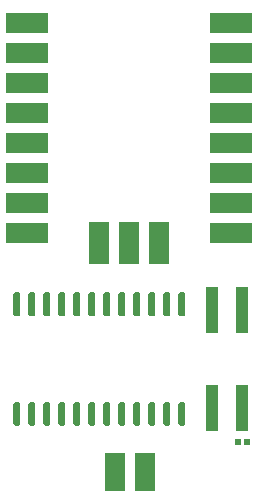
<source format=gbr>
%TF.GenerationSoftware,KiCad,Pcbnew,(5.1.9-0-10_14)*%
%TF.CreationDate,2021-05-20T16:30:14+09:00*%
%TF.ProjectId,tracer,74726163-6572-42e6-9b69-6361645f7063,rev?*%
%TF.SameCoordinates,Original*%
%TF.FileFunction,Soldermask,Top*%
%TF.FilePolarity,Negative*%
%FSLAX46Y46*%
G04 Gerber Fmt 4.6, Leading zero omitted, Abs format (unit mm)*
G04 Created by KiCad (PCBNEW (5.1.9-0-10_14)) date 2021-05-20 16:30:14*
%MOMM*%
%LPD*%
G01*
G04 APERTURE LIST*
%ADD10C,0.010000*%
%ADD11R,3.600000X1.800000*%
%ADD12R,1.800000X3.600000*%
%ADD13C,0.800000*%
%ADD14R,1.000000X4.000000*%
%ADD15R,0.500000X0.600000*%
G04 APERTURE END LIST*
D10*
%TO.C,J1*%
G36*
X500000Y6850000D02*
G01*
X2100000Y6850000D01*
X2100000Y3750000D01*
X500000Y3750000D01*
X500000Y6850000D01*
G37*
X500000Y6850000D02*
X2100000Y6850000D01*
X2100000Y3750000D01*
X500000Y3750000D01*
X500000Y6850000D01*
G36*
X-2100000Y6850000D02*
G01*
X-500000Y6850000D01*
X-500000Y3750000D01*
X-2100000Y3750000D01*
X-2100000Y6850000D01*
G37*
X-2100000Y6850000D02*
X-500000Y6850000D01*
X-500000Y3750000D01*
X-2100000Y3750000D01*
X-2100000Y6850000D01*
%TD*%
D11*
%TO.C,A1*%
X-8636000Y43307000D03*
X-8636000Y40767000D03*
X-8636000Y38227000D03*
X-8636000Y35687000D03*
X-8636000Y33147000D03*
X-8636000Y30607000D03*
X-8636000Y28067000D03*
X-8636000Y25527000D03*
X8636000Y25527000D03*
X8636000Y28067000D03*
X8636000Y30607000D03*
X8636000Y33147000D03*
X8636000Y35687000D03*
X8636000Y38227000D03*
X8636000Y40767000D03*
X8636000Y43307000D03*
D12*
X-2540000Y24638000D03*
X0Y24638000D03*
X2540000Y24638000D03*
%TD*%
D13*
%TO.C,TP14*%
X9906000Y38227000D03*
%TD*%
%TO.C,TP13*%
X9906000Y35687000D03*
%TD*%
D14*
%TO.C,K1*%
X9525000Y10680000D03*
X6985000Y10680000D03*
X6985000Y18980000D03*
X9525000Y18980000D03*
%TD*%
D13*
%TO.C,TP19*%
X2540000Y23368000D03*
%TD*%
%TO.C,TP17*%
X-2540000Y23368000D03*
%TD*%
D15*
%TO.C,D1*%
X9195000Y7845000D03*
X9995000Y7845000D03*
%TD*%
%TO.C,U1*%
G36*
G01*
X-9375000Y9155000D02*
X-9675000Y9155000D01*
G75*
G02*
X-9825000Y9305000I0J150000D01*
G01*
X-9825000Y11055000D01*
G75*
G02*
X-9675000Y11205000I150000J0D01*
G01*
X-9375000Y11205000D01*
G75*
G02*
X-9225000Y11055000I0J-150000D01*
G01*
X-9225000Y9305000D01*
G75*
G02*
X-9375000Y9155000I-150000J0D01*
G01*
G37*
G36*
G01*
X-8105000Y9155000D02*
X-8405000Y9155000D01*
G75*
G02*
X-8555000Y9305000I0J150000D01*
G01*
X-8555000Y11055000D01*
G75*
G02*
X-8405000Y11205000I150000J0D01*
G01*
X-8105000Y11205000D01*
G75*
G02*
X-7955000Y11055000I0J-150000D01*
G01*
X-7955000Y9305000D01*
G75*
G02*
X-8105000Y9155000I-150000J0D01*
G01*
G37*
G36*
G01*
X-6835000Y9155000D02*
X-7135000Y9155000D01*
G75*
G02*
X-7285000Y9305000I0J150000D01*
G01*
X-7285000Y11055000D01*
G75*
G02*
X-7135000Y11205000I150000J0D01*
G01*
X-6835000Y11205000D01*
G75*
G02*
X-6685000Y11055000I0J-150000D01*
G01*
X-6685000Y9305000D01*
G75*
G02*
X-6835000Y9155000I-150000J0D01*
G01*
G37*
G36*
G01*
X-5565000Y9155000D02*
X-5865000Y9155000D01*
G75*
G02*
X-6015000Y9305000I0J150000D01*
G01*
X-6015000Y11055000D01*
G75*
G02*
X-5865000Y11205000I150000J0D01*
G01*
X-5565000Y11205000D01*
G75*
G02*
X-5415000Y11055000I0J-150000D01*
G01*
X-5415000Y9305000D01*
G75*
G02*
X-5565000Y9155000I-150000J0D01*
G01*
G37*
G36*
G01*
X-4295000Y9155000D02*
X-4595000Y9155000D01*
G75*
G02*
X-4745000Y9305000I0J150000D01*
G01*
X-4745000Y11055000D01*
G75*
G02*
X-4595000Y11205000I150000J0D01*
G01*
X-4295000Y11205000D01*
G75*
G02*
X-4145000Y11055000I0J-150000D01*
G01*
X-4145000Y9305000D01*
G75*
G02*
X-4295000Y9155000I-150000J0D01*
G01*
G37*
G36*
G01*
X-3025000Y9155000D02*
X-3325000Y9155000D01*
G75*
G02*
X-3475000Y9305000I0J150000D01*
G01*
X-3475000Y11055000D01*
G75*
G02*
X-3325000Y11205000I150000J0D01*
G01*
X-3025000Y11205000D01*
G75*
G02*
X-2875000Y11055000I0J-150000D01*
G01*
X-2875000Y9305000D01*
G75*
G02*
X-3025000Y9155000I-150000J0D01*
G01*
G37*
G36*
G01*
X-1755000Y9155000D02*
X-2055000Y9155000D01*
G75*
G02*
X-2205000Y9305000I0J150000D01*
G01*
X-2205000Y11055000D01*
G75*
G02*
X-2055000Y11205000I150000J0D01*
G01*
X-1755000Y11205000D01*
G75*
G02*
X-1605000Y11055000I0J-150000D01*
G01*
X-1605000Y9305000D01*
G75*
G02*
X-1755000Y9155000I-150000J0D01*
G01*
G37*
G36*
G01*
X-485000Y9155000D02*
X-785000Y9155000D01*
G75*
G02*
X-935000Y9305000I0J150000D01*
G01*
X-935000Y11055000D01*
G75*
G02*
X-785000Y11205000I150000J0D01*
G01*
X-485000Y11205000D01*
G75*
G02*
X-335000Y11055000I0J-150000D01*
G01*
X-335000Y9305000D01*
G75*
G02*
X-485000Y9155000I-150000J0D01*
G01*
G37*
G36*
G01*
X785000Y9155000D02*
X485000Y9155000D01*
G75*
G02*
X335000Y9305000I0J150000D01*
G01*
X335000Y11055000D01*
G75*
G02*
X485000Y11205000I150000J0D01*
G01*
X785000Y11205000D01*
G75*
G02*
X935000Y11055000I0J-150000D01*
G01*
X935000Y9305000D01*
G75*
G02*
X785000Y9155000I-150000J0D01*
G01*
G37*
G36*
G01*
X2055000Y9155000D02*
X1755000Y9155000D01*
G75*
G02*
X1605000Y9305000I0J150000D01*
G01*
X1605000Y11055000D01*
G75*
G02*
X1755000Y11205000I150000J0D01*
G01*
X2055000Y11205000D01*
G75*
G02*
X2205000Y11055000I0J-150000D01*
G01*
X2205000Y9305000D01*
G75*
G02*
X2055000Y9155000I-150000J0D01*
G01*
G37*
G36*
G01*
X3325000Y9155000D02*
X3025000Y9155000D01*
G75*
G02*
X2875000Y9305000I0J150000D01*
G01*
X2875000Y11055000D01*
G75*
G02*
X3025000Y11205000I150000J0D01*
G01*
X3325000Y11205000D01*
G75*
G02*
X3475000Y11055000I0J-150000D01*
G01*
X3475000Y9305000D01*
G75*
G02*
X3325000Y9155000I-150000J0D01*
G01*
G37*
G36*
G01*
X4595000Y9155000D02*
X4295000Y9155000D01*
G75*
G02*
X4145000Y9305000I0J150000D01*
G01*
X4145000Y11055000D01*
G75*
G02*
X4295000Y11205000I150000J0D01*
G01*
X4595000Y11205000D01*
G75*
G02*
X4745000Y11055000I0J-150000D01*
G01*
X4745000Y9305000D01*
G75*
G02*
X4595000Y9155000I-150000J0D01*
G01*
G37*
G36*
G01*
X4595000Y18455000D02*
X4295000Y18455000D01*
G75*
G02*
X4145000Y18605000I0J150000D01*
G01*
X4145000Y20355000D01*
G75*
G02*
X4295000Y20505000I150000J0D01*
G01*
X4595000Y20505000D01*
G75*
G02*
X4745000Y20355000I0J-150000D01*
G01*
X4745000Y18605000D01*
G75*
G02*
X4595000Y18455000I-150000J0D01*
G01*
G37*
G36*
G01*
X3325000Y18455000D02*
X3025000Y18455000D01*
G75*
G02*
X2875000Y18605000I0J150000D01*
G01*
X2875000Y20355000D01*
G75*
G02*
X3025000Y20505000I150000J0D01*
G01*
X3325000Y20505000D01*
G75*
G02*
X3475000Y20355000I0J-150000D01*
G01*
X3475000Y18605000D01*
G75*
G02*
X3325000Y18455000I-150000J0D01*
G01*
G37*
G36*
G01*
X2055000Y18455000D02*
X1755000Y18455000D01*
G75*
G02*
X1605000Y18605000I0J150000D01*
G01*
X1605000Y20355000D01*
G75*
G02*
X1755000Y20505000I150000J0D01*
G01*
X2055000Y20505000D01*
G75*
G02*
X2205000Y20355000I0J-150000D01*
G01*
X2205000Y18605000D01*
G75*
G02*
X2055000Y18455000I-150000J0D01*
G01*
G37*
G36*
G01*
X785000Y18455000D02*
X485000Y18455000D01*
G75*
G02*
X335000Y18605000I0J150000D01*
G01*
X335000Y20355000D01*
G75*
G02*
X485000Y20505000I150000J0D01*
G01*
X785000Y20505000D01*
G75*
G02*
X935000Y20355000I0J-150000D01*
G01*
X935000Y18605000D01*
G75*
G02*
X785000Y18455000I-150000J0D01*
G01*
G37*
G36*
G01*
X-485000Y18455000D02*
X-785000Y18455000D01*
G75*
G02*
X-935000Y18605000I0J150000D01*
G01*
X-935000Y20355000D01*
G75*
G02*
X-785000Y20505000I150000J0D01*
G01*
X-485000Y20505000D01*
G75*
G02*
X-335000Y20355000I0J-150000D01*
G01*
X-335000Y18605000D01*
G75*
G02*
X-485000Y18455000I-150000J0D01*
G01*
G37*
G36*
G01*
X-1755000Y18455000D02*
X-2055000Y18455000D01*
G75*
G02*
X-2205000Y18605000I0J150000D01*
G01*
X-2205000Y20355000D01*
G75*
G02*
X-2055000Y20505000I150000J0D01*
G01*
X-1755000Y20505000D01*
G75*
G02*
X-1605000Y20355000I0J-150000D01*
G01*
X-1605000Y18605000D01*
G75*
G02*
X-1755000Y18455000I-150000J0D01*
G01*
G37*
G36*
G01*
X-3025000Y18455000D02*
X-3325000Y18455000D01*
G75*
G02*
X-3475000Y18605000I0J150000D01*
G01*
X-3475000Y20355000D01*
G75*
G02*
X-3325000Y20505000I150000J0D01*
G01*
X-3025000Y20505000D01*
G75*
G02*
X-2875000Y20355000I0J-150000D01*
G01*
X-2875000Y18605000D01*
G75*
G02*
X-3025000Y18455000I-150000J0D01*
G01*
G37*
G36*
G01*
X-4295000Y18455000D02*
X-4595000Y18455000D01*
G75*
G02*
X-4745000Y18605000I0J150000D01*
G01*
X-4745000Y20355000D01*
G75*
G02*
X-4595000Y20505000I150000J0D01*
G01*
X-4295000Y20505000D01*
G75*
G02*
X-4145000Y20355000I0J-150000D01*
G01*
X-4145000Y18605000D01*
G75*
G02*
X-4295000Y18455000I-150000J0D01*
G01*
G37*
G36*
G01*
X-5565000Y18455000D02*
X-5865000Y18455000D01*
G75*
G02*
X-6015000Y18605000I0J150000D01*
G01*
X-6015000Y20355000D01*
G75*
G02*
X-5865000Y20505000I150000J0D01*
G01*
X-5565000Y20505000D01*
G75*
G02*
X-5415000Y20355000I0J-150000D01*
G01*
X-5415000Y18605000D01*
G75*
G02*
X-5565000Y18455000I-150000J0D01*
G01*
G37*
G36*
G01*
X-6835000Y18455000D02*
X-7135000Y18455000D01*
G75*
G02*
X-7285000Y18605000I0J150000D01*
G01*
X-7285000Y20355000D01*
G75*
G02*
X-7135000Y20505000I150000J0D01*
G01*
X-6835000Y20505000D01*
G75*
G02*
X-6685000Y20355000I0J-150000D01*
G01*
X-6685000Y18605000D01*
G75*
G02*
X-6835000Y18455000I-150000J0D01*
G01*
G37*
G36*
G01*
X-8105000Y18455000D02*
X-8405000Y18455000D01*
G75*
G02*
X-8555000Y18605000I0J150000D01*
G01*
X-8555000Y20355000D01*
G75*
G02*
X-8405000Y20505000I150000J0D01*
G01*
X-8105000Y20505000D01*
G75*
G02*
X-7955000Y20355000I0J-150000D01*
G01*
X-7955000Y18605000D01*
G75*
G02*
X-8105000Y18455000I-150000J0D01*
G01*
G37*
G36*
G01*
X-9375000Y18455000D02*
X-9675000Y18455000D01*
G75*
G02*
X-9825000Y18605000I0J150000D01*
G01*
X-9825000Y20355000D01*
G75*
G02*
X-9675000Y20505000I150000J0D01*
G01*
X-9375000Y20505000D01*
G75*
G02*
X-9225000Y20355000I0J-150000D01*
G01*
X-9225000Y18605000D01*
G75*
G02*
X-9375000Y18455000I-150000J0D01*
G01*
G37*
%TD*%
M02*

</source>
